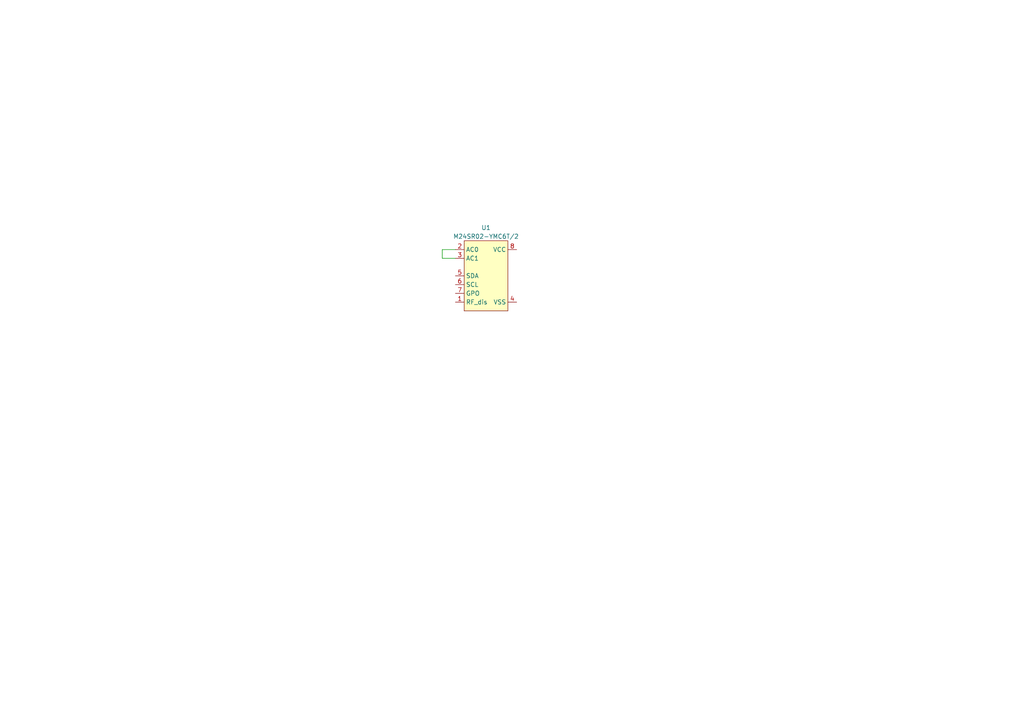
<source format=kicad_sch>
(kicad_sch (version 20231120) (generator "eeschema") (generator_version "8.0")
  (paper "A4")
  (lib_symbols
    (symbol "MyLib:M24SR02-YMC6T/2"
      (property "Reference" "U" (at 2.54 2.54 0))
      (property "Value" "M24SR02-YMC6T/2" (at 0 0 0))
      (symbol "M24SR02-YMC6T/2_1_1"
        (rectangle (start 2.54 0) (end 15.24 -20.32) (fill (type background)))
        (pin input line (at 0 -17.78 0) (length 2.54) (name "RF_dis") (number "1"))
        (pin input line (at 0 -2.54 0) (length 2.54) (name "AC0") (number "2"))
        (pin input line (at 0 -5.08 0) (length 2.54) (name "AC1") (number "3"))
        (pin power_in line (at 17.78 -17.78 180) (length 2.54) (name "VSS") (number "4"))
        (pin bidirectional line (at 0 -10.16 0) (length 2.54) (name "SDA") (number "5"))
        (pin bidirectional line (at 0 -12.7 0) (length 2.54) (name "SCL") (number "6"))
        (pin open_collector line (at 0 -15.24 0) (length 2.54) (name "GPO") (number "7"))
        (pin power_in line (at 17.78 -2.54 180) (length 2.54) (name "VCC") (number "8"))
      )
    )
  )
  (wire (pts (xy 128.27 74.93) (xy 132.08 74.93)))
  (wire (pts (xy 128.27 72.39) (xy 128.27 74.93)))
  (wire (pts (xy 128.27 72.39) (xy 132.08 72.39)))
  (symbol (lib_id "MyLib:M24SR02-YMC6T/2") (at 132.08 69.85 0) (unit 1)
    (property "Reference" "U1" (at 140.97 66.04 0))
    (property "Value" "M24SR02-YMC6T/2" (at 140.97 68.58 0))
    (property "Footprint" "Package_DFN_QFN:DFN-8-1EP_3x2mm_P0.5mm_EP1.3x1.5mm" (effects (hide yes)))
  )
)
</source>
